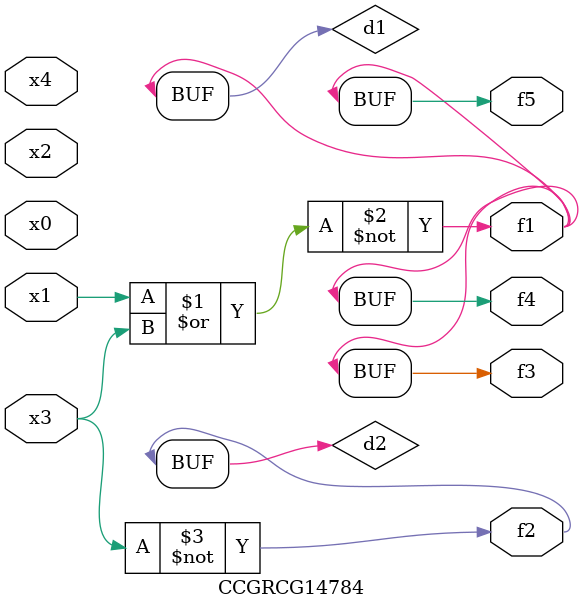
<source format=v>
module CCGRCG14784(
	input x0, x1, x2, x3, x4,
	output f1, f2, f3, f4, f5
);

	wire d1, d2;

	nor (d1, x1, x3);
	not (d2, x3);
	assign f1 = d1;
	assign f2 = d2;
	assign f3 = d1;
	assign f4 = d1;
	assign f5 = d1;
endmodule

</source>
